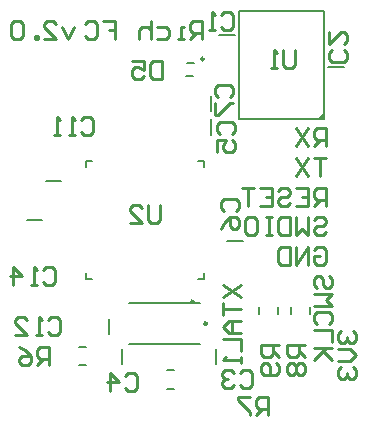
<source format=gbo>
G04 Layer_Color=32896*
%FSLAX24Y24*%
%MOIN*%
G70*
G01*
G75*
%ADD22C,0.0098*%
%ADD24C,0.0079*%
%ADD42C,0.0100*%
%ADD44C,0.0050*%
%ADD97C,0.0070*%
D22*
X8907Y3642D02*
G03*
X8907Y3642I-49J0D01*
G01*
D24*
X11260Y3947D02*
Y4183D01*
X10630Y3947D02*
Y4183D01*
X12352Y3947D02*
Y4183D01*
X11722Y3947D02*
Y4183D01*
X6299Y2972D02*
X8661D01*
X6299Y4311D02*
X8661D01*
X7559Y2087D02*
X7795D01*
X7559Y1457D02*
X7795D01*
X4646Y2874D02*
X4882D01*
X4646Y2244D02*
X4882D01*
X2894Y7098D02*
X3406D01*
X5640Y3287D02*
Y3799D01*
X3533Y8376D02*
X4045D01*
X9587Y6407D02*
X10098D01*
X9040Y9931D02*
Y10443D01*
X6068Y2279D02*
Y2790D01*
X9213Y2279D02*
Y2790D01*
X12958Y12195D02*
X13469D01*
X9316Y13248D02*
X9828D01*
X9040Y10718D02*
Y11230D01*
D42*
X8455Y4370D02*
G03*
X8455Y4370I-39J0D01*
G01*
X8801Y12456D02*
G03*
X8801Y12456I-44J0D01*
G01*
X7421Y12391D02*
Y11791D01*
X7121D01*
X7021Y11891D01*
Y12291D01*
X7121Y12391D01*
X7421D01*
X6422D02*
X6821D01*
Y12091D01*
X6622Y12191D01*
X6522D01*
X6422Y12091D01*
Y11891D01*
X6522Y11791D01*
X6721D01*
X6821Y11891D01*
X9384Y13935D02*
X9484Y14035D01*
X9683D01*
X9783Y13935D01*
Y13535D01*
X9683Y13435D01*
X9484D01*
X9384Y13535D01*
X9184Y13435D02*
X8984D01*
X9084D01*
Y14035D01*
X9184Y13935D01*
X13467Y12752D02*
X13567Y12652D01*
Y12452D01*
X13467Y12352D01*
X13067D01*
X12968Y12452D01*
Y12652D01*
X13067Y12752D01*
X12968Y13352D02*
Y12952D01*
X13367Y13352D01*
X13467D01*
X13567Y13252D01*
Y13052D01*
X13467Y12952D01*
X10014Y1587D02*
X10113Y1487D01*
X10313D01*
X10413Y1587D01*
Y1987D01*
X10313Y2087D01*
X10113D01*
X10014Y1987D01*
X9814Y1587D02*
X9714Y1487D01*
X9514D01*
X9414Y1587D01*
Y1687D01*
X9514Y1787D01*
X9614D01*
X9514D01*
X9414Y1887D01*
Y1987D01*
X9514Y2087D01*
X9714D01*
X9814Y1987D01*
X6170Y1902D02*
X6270Y2002D01*
X6470D01*
X6570Y1902D01*
Y1503D01*
X6470Y1403D01*
X6270D01*
X6170Y1503D01*
X5670Y1403D02*
Y2002D01*
X5970Y1702D01*
X5570D01*
X9333Y9974D02*
X9233Y10074D01*
Y10274D01*
X9333Y10374D01*
X9733D01*
X9833Y10274D01*
Y10074D01*
X9733Y9974D01*
X9233Y9374D02*
Y9774D01*
X9533D01*
X9433Y9574D01*
Y9474D01*
X9533Y9374D01*
X9733D01*
X9833Y9474D01*
Y9674D01*
X9733Y9774D01*
X9480Y7376D02*
X9381Y7476D01*
Y7676D01*
X9480Y7776D01*
X9880D01*
X9980Y7676D01*
Y7476D01*
X9880Y7376D01*
X9381Y6776D02*
X9480Y6976D01*
X9680Y7176D01*
X9880D01*
X9980Y7076D01*
Y6876D01*
X9880Y6776D01*
X9780D01*
X9680Y6876D01*
Y7176D01*
X9284Y11185D02*
X9184Y11285D01*
Y11485D01*
X9284Y11585D01*
X9683D01*
X9783Y11485D01*
Y11285D01*
X9683Y11185D01*
X9184Y10985D02*
Y10585D01*
X9284D01*
X9683Y10985D01*
X9783D01*
X4718Y10441D02*
X4818Y10541D01*
X5018D01*
X5118Y10441D01*
Y10041D01*
X5018Y9941D01*
X4818D01*
X4718Y10041D01*
X4518Y9941D02*
X4318D01*
X4418D01*
Y10541D01*
X4518Y10441D01*
X4018Y9941D02*
X3819D01*
X3918D01*
Y10541D01*
X4018Y10441D01*
X3611Y3748D02*
X3711Y3848D01*
X3911D01*
X4011Y3748D01*
Y3348D01*
X3911Y3248D01*
X3711D01*
X3611Y3348D01*
X3411Y3248D02*
X3211D01*
X3311D01*
Y3848D01*
X3411Y3748D01*
X2511Y3248D02*
X2911D01*
X2511Y3648D01*
Y3748D01*
X2611Y3848D01*
X2811D01*
X2911Y3748D01*
X3449Y5441D02*
X3549Y5541D01*
X3748D01*
X3848Y5441D01*
Y5041D01*
X3748Y4941D01*
X3549D01*
X3449Y5041D01*
X3249Y4941D02*
X3049D01*
X3149D01*
Y5541D01*
X3249Y5441D01*
X2449Y4941D02*
Y5541D01*
X2749Y5241D01*
X2349D01*
X3642Y2264D02*
Y2864D01*
X3342D01*
X3242Y2764D01*
Y2564D01*
X3342Y2464D01*
X3642D01*
X3442D02*
X3242Y2264D01*
X2642Y2864D02*
X2842Y2764D01*
X3042Y2564D01*
Y2364D01*
X2942Y2264D01*
X2742D01*
X2642Y2364D01*
Y2464D01*
X2742Y2564D01*
X3042D01*
X10945Y581D02*
Y1181D01*
X10645D01*
X10545Y1081D01*
Y881D01*
X10645Y781D01*
X10945D01*
X10745D02*
X10545Y581D01*
X10345Y1181D02*
X9945D01*
Y1081D01*
X10345Y681D01*
Y581D01*
X12175Y2913D02*
X11575D01*
Y2613D01*
X11675Y2514D01*
X11875D01*
X11975Y2613D01*
Y2913D01*
Y2713D02*
X12175Y2514D01*
X11675Y2314D02*
X11575Y2214D01*
Y2014D01*
X11675Y1914D01*
X11775D01*
X11875Y2014D01*
X11975Y1914D01*
X12075D01*
X12175Y2014D01*
Y2214D01*
X12075Y2314D01*
X11975D01*
X11875Y2214D01*
X11775Y2314D01*
X11675D01*
X11875Y2214D02*
Y2014D01*
X11309Y2923D02*
X10709D01*
Y2623D01*
X10809Y2523D01*
X11009D01*
X11109Y2623D01*
Y2923D01*
Y2723D02*
X11309Y2523D01*
X11209Y2323D02*
X11309Y2223D01*
Y2024D01*
X11209Y1924D01*
X10809D01*
X10709Y2024D01*
Y2223D01*
X10809Y2323D01*
X10909D01*
X11009Y2223D01*
Y1924D01*
X11836Y12755D02*
Y12255D01*
X11736Y12156D01*
X11536D01*
X11436Y12255D01*
Y12755D01*
X11236Y12156D02*
X11036D01*
X11136D01*
Y12755D01*
X11236Y12655D01*
X7333Y7588D02*
Y7088D01*
X7233Y6988D01*
X7033D01*
X6933Y7088D01*
Y7588D01*
X6333Y6988D02*
X6733D01*
X6333Y7388D01*
Y7488D01*
X6433Y7588D01*
X6633D01*
X6733Y7488D01*
X9430Y4921D02*
X10030Y4521D01*
X9430D02*
X10030Y4921D01*
X9430Y4321D02*
Y3922D01*
Y4122D01*
X10030D01*
Y3722D02*
X9630D01*
X9430Y3522D01*
X9630Y3322D01*
X10030D01*
X9730D01*
Y3722D01*
X9430Y3122D02*
X10030D01*
Y2722D01*
Y2522D02*
Y2322D01*
Y2422D01*
X9430D01*
X9530Y2522D01*
X13368Y3406D02*
X13268Y3306D01*
Y3106D01*
X13368Y3006D01*
X13468D01*
X13568Y3106D01*
Y3206D01*
Y3106D01*
X13668Y3006D01*
X13768D01*
X13868Y3106D01*
Y3306D01*
X13768Y3406D01*
X13268Y2806D02*
X13668D01*
X13868Y2606D01*
X13668Y2406D01*
X13268D01*
X13368Y2206D02*
X13268Y2106D01*
Y1906D01*
X13368Y1806D01*
X13468D01*
X13568Y1906D01*
Y2006D01*
Y1906D01*
X13668Y1806D01*
X13768D01*
X13868Y1906D01*
Y2106D01*
X13768Y2206D01*
X12571Y4827D02*
X12471Y4926D01*
Y5126D01*
X12571Y5226D01*
X12671D01*
X12771Y5126D01*
Y4926D01*
X12871Y4827D01*
X12971D01*
X13071Y4926D01*
Y5126D01*
X12971Y5226D01*
X12471Y4627D02*
X13071D01*
X12871Y4427D01*
X13071Y4227D01*
X12471D01*
X12571Y3627D02*
X12471Y3727D01*
Y3927D01*
X12571Y4027D01*
X12971D01*
X13071Y3927D01*
Y3727D01*
X12971Y3627D01*
X12471Y3427D02*
X13071D01*
Y3027D01*
X12471Y2827D02*
X13071D01*
X12871D01*
X12471Y2427D01*
X12771Y2727D01*
X13071Y2427D01*
X12484Y6085D02*
X12584Y6185D01*
X12784D01*
X12884Y6085D01*
Y5686D01*
X12784Y5586D01*
X12584D01*
X12484Y5686D01*
Y5886D01*
X12684D01*
X12284Y5586D02*
Y6185D01*
X11884Y5586D01*
Y6185D01*
X11684D02*
Y5586D01*
X11384D01*
X11284Y5686D01*
Y6085D01*
X11384Y6185D01*
X11684D01*
X12484Y7094D02*
X12584Y7194D01*
X12784D01*
X12884Y7094D01*
Y6994D01*
X12784Y6894D01*
X12584D01*
X12484Y6794D01*
Y6694D01*
X12584Y6594D01*
X12784D01*
X12884Y6694D01*
X12284Y7194D02*
Y6594D01*
X12084Y6794D01*
X11884Y6594D01*
Y7194D01*
X11684D02*
Y6594D01*
X11384D01*
X11284Y6694D01*
Y7094D01*
X11384Y7194D01*
X11684D01*
X11084D02*
X10884D01*
X10984D01*
Y6594D01*
X11084D01*
X10884D01*
X10285Y7194D02*
X10485D01*
X10585Y7094D01*
Y6694D01*
X10485Y6594D01*
X10285D01*
X10185Y6694D01*
Y7094D01*
X10285Y7194D01*
X12884Y7554D02*
Y8154D01*
X12584D01*
X12484Y8054D01*
Y7854D01*
X12584Y7754D01*
X12884D01*
X12684D02*
X12484Y7554D01*
X11884Y8154D02*
X12284D01*
Y7554D01*
X11884D01*
X12284Y7854D02*
X12084D01*
X11284Y8054D02*
X11384Y8154D01*
X11584D01*
X11684Y8054D01*
Y7954D01*
X11584Y7854D01*
X11384D01*
X11284Y7754D01*
Y7654D01*
X11384Y7554D01*
X11584D01*
X11684Y7654D01*
X10685Y8154D02*
X11084D01*
Y7554D01*
X10685D01*
X11084Y7854D02*
X10884D01*
X10485Y8154D02*
X10085D01*
X10285D01*
Y7554D01*
X12884Y9163D02*
X12484D01*
X12684D01*
Y8563D01*
X12284Y9163D02*
X11884Y8563D01*
Y9163D02*
X12284Y8563D01*
X12884Y9547D02*
Y10147D01*
X12584D01*
X12484Y10047D01*
Y9847D01*
X12584Y9747D01*
X12884D01*
X12684D02*
X12484Y9547D01*
X12284Y10147D02*
X11884Y9547D01*
Y10147D02*
X12284Y9547D01*
X8730Y13110D02*
Y13710D01*
X8430D01*
X8330Y13610D01*
Y13410D01*
X8430Y13310D01*
X8730D01*
X8530D02*
X8330Y13110D01*
X8131D02*
X7931D01*
X8031D01*
Y13510D01*
X8131D01*
X7231D02*
X7531D01*
X7631Y13410D01*
Y13210D01*
X7531Y13110D01*
X7231D01*
X7031Y13710D02*
Y13110D01*
Y13410D01*
X6931Y13510D01*
X6731D01*
X6631Y13410D01*
Y13110D01*
X5431Y13710D02*
X5831D01*
Y13410D01*
X5631D01*
X5831D01*
Y13110D01*
X4832Y13610D02*
X4932Y13710D01*
X5131D01*
X5231Y13610D01*
Y13210D01*
X5131Y13110D01*
X4932D01*
X4832Y13210D01*
X4459Y13510D02*
X4259Y13110D01*
X4059Y13510D01*
X3459Y13110D02*
X3859D01*
X3459Y13510D01*
Y13610D01*
X3559Y13710D01*
X3759D01*
X3859Y13610D01*
X3259Y13110D02*
Y13210D01*
X3159D01*
Y13110D01*
X3259D01*
X2759Y13610D02*
X2659Y13710D01*
X2459D01*
X2359Y13610D01*
Y13210D01*
X2459Y13110D01*
X2659D01*
X2759Y13210D01*
Y13610D01*
D44*
X12733Y10474D02*
X12743D01*
X12803Y10534D01*
Y10584D01*
X12693Y10474D02*
X12803Y10584D01*
X12683Y10474D02*
X12693D01*
X12643D02*
X12683D01*
X12643D02*
X12803Y10634D01*
X11383Y10454D02*
Y10464D01*
X12803D01*
X11373Y14064D02*
X12803D01*
Y10464D02*
Y14064D01*
X11383Y10454D02*
Y10464D01*
X9963D02*
X11383D01*
X9963Y14064D02*
X11393D01*
X9963Y10464D02*
Y14064D01*
X8227Y12336D02*
X8463D01*
X8217Y11886D02*
X8453D01*
D97*
X8612Y5118D02*
X8809D01*
Y5315D01*
X8612Y9055D02*
X8809D01*
Y8858D02*
Y9055D01*
X4872D02*
X5069D01*
X4872Y8858D02*
Y9055D01*
Y5118D02*
Y5315D01*
Y5118D02*
X5069D01*
M02*

</source>
